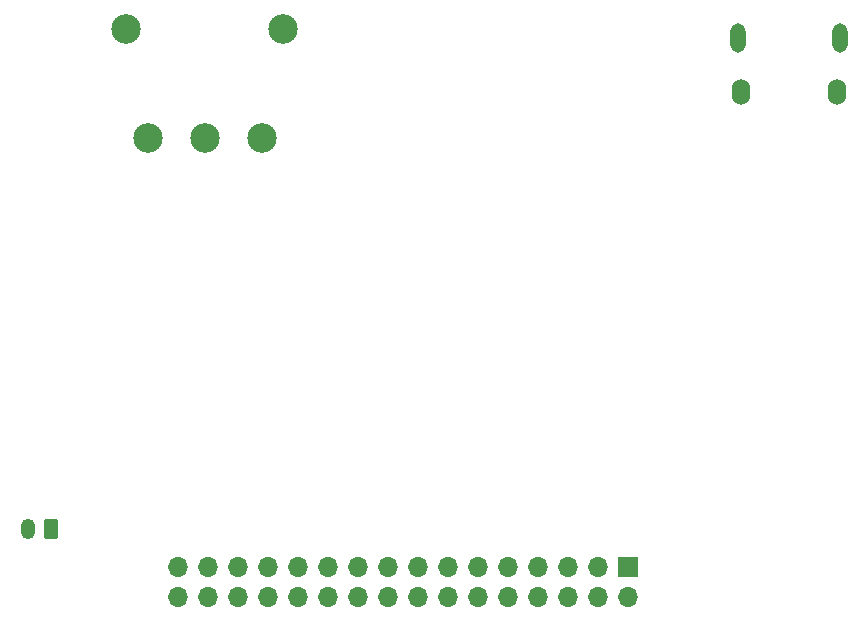
<source format=gbr>
%TF.GenerationSoftware,KiCad,Pcbnew,9.0.0*%
%TF.CreationDate,2025-03-28T16:19:57+02:00*%
%TF.ProjectId,powerSubsys full final,706f7765-7253-4756-9273-79732066756c,rev?*%
%TF.SameCoordinates,Original*%
%TF.FileFunction,Soldermask,Bot*%
%TF.FilePolarity,Negative*%
%FSLAX46Y46*%
G04 Gerber Fmt 4.6, Leading zero omitted, Abs format (unit mm)*
G04 Created by KiCad (PCBNEW 9.0.0) date 2025-03-28 16:19:57*
%MOMM*%
%LPD*%
G01*
G04 APERTURE LIST*
G04 Aperture macros list*
%AMRoundRect*
0 Rectangle with rounded corners*
0 $1 Rounding radius*
0 $2 $3 $4 $5 $6 $7 $8 $9 X,Y pos of 4 corners*
0 Add a 4 corners polygon primitive as box body*
4,1,4,$2,$3,$4,$5,$6,$7,$8,$9,$2,$3,0*
0 Add four circle primitives for the rounded corners*
1,1,$1+$1,$2,$3*
1,1,$1+$1,$4,$5*
1,1,$1+$1,$6,$7*
1,1,$1+$1,$8,$9*
0 Add four rect primitives between the rounded corners*
20,1,$1+$1,$2,$3,$4,$5,0*
20,1,$1+$1,$4,$5,$6,$7,0*
20,1,$1+$1,$6,$7,$8,$9,0*
20,1,$1+$1,$8,$9,$2,$3,0*%
G04 Aperture macros list end*
%ADD10O,1.524000X2.200000*%
%ADD11O,1.300000X2.500000*%
%ADD12RoundRect,0.250000X0.350000X0.625000X-0.350000X0.625000X-0.350000X-0.625000X0.350000X-0.625000X0*%
%ADD13O,1.200000X1.750000*%
%ADD14C,2.500000*%
%ADD15R,1.700000X1.700000*%
%ADD16O,1.700000X1.700000*%
G04 APERTURE END LIST*
D10*
%TO.C,USBC1*%
X253375000Y-76424000D03*
D11*
X253130000Y-71874000D03*
X261770000Y-71874000D03*
D10*
X261525000Y-76424000D03*
%TD*%
D12*
%TO.C,J2*%
X195000000Y-113450000D03*
D13*
X193000000Y-113450000D03*
%TD*%
D14*
%TO.C,SW1*%
X203200000Y-80343500D03*
X208000000Y-80343500D03*
X212800000Y-80343500D03*
X201350000Y-71143500D03*
X214650000Y-71143500D03*
%TD*%
D15*
%TO.C,J1*%
X243780000Y-116683500D03*
D16*
X243780000Y-119223500D03*
X241240000Y-116683500D03*
X241240000Y-119223500D03*
X238700000Y-116683500D03*
X238700000Y-119223500D03*
X236160000Y-116683500D03*
X236160000Y-119223500D03*
X233620000Y-116683500D03*
X233620000Y-119223500D03*
X231080000Y-116683500D03*
X231080000Y-119223500D03*
X228540000Y-116683500D03*
X228540000Y-119223500D03*
X226000000Y-116683500D03*
X226000000Y-119223500D03*
X223460000Y-116683500D03*
X223460000Y-119223500D03*
X220920000Y-116683500D03*
X220920000Y-119223500D03*
X218380000Y-116683500D03*
X218380000Y-119223500D03*
X215840000Y-116683500D03*
X215840000Y-119223500D03*
X213300000Y-116683500D03*
X213300000Y-119223500D03*
X210760000Y-116683500D03*
X210760000Y-119223500D03*
X208220000Y-116683500D03*
X208220000Y-119223500D03*
X205680000Y-116683500D03*
X205680000Y-119223500D03*
%TD*%
M02*

</source>
